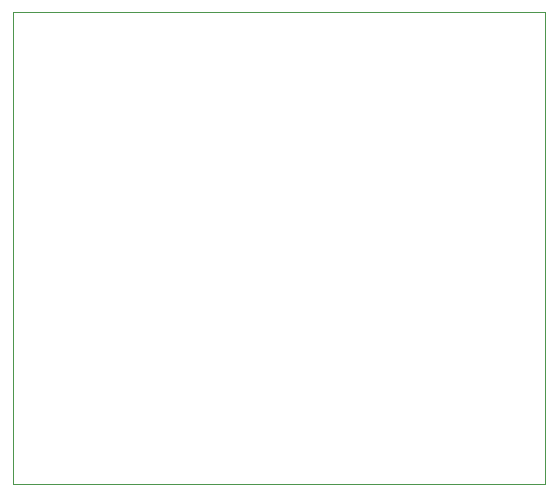
<source format=gbo>
G75*
G70*
%OFA0B0*%
%FSLAX24Y24*%
%IPPOS*%
%LPD*%
%AMOC8*
5,1,8,0,0,1.08239X$1,22.5*
%
%ADD10C,0.0000*%
D10*
X003097Y001522D02*
X003097Y017270D01*
X020814Y017270D01*
X020814Y001522D01*
X003097Y001522D01*
M02*

</source>
